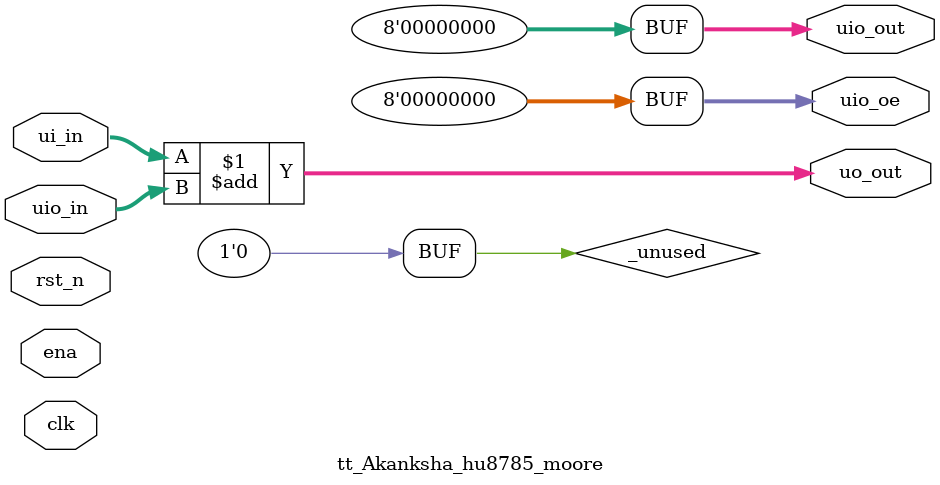
<source format=v>
/*
 * Copyright (c) 2024 Your Name
 * SPDX-License-Identifier: Apache-2.0
 */

`default_nettype none

module tt_Akanksha_hu8785_moore (
    input  wire [7:0] ui_in,    // Dedicated inputs
    output wire [7:0] uo_out,   // Dedicated outputs
    input  wire [7:0] uio_in,   // IOs: Input path
    output wire [7:0] uio_out,  // IOs: Output path
    output wire [7:0] uio_oe,   // IOs: Enable path (active high: 0=input, 1=output)
    input  wire       ena,      // always 1 when the design is powered, so you can ignore it
    input  wire       clk,      // clock
    input  wire       rst_n     // reset_n - low to reset
);

  // All output pins must be assigned. If not used, assign to 0.
  assign uo_out  = ui_in + uio_in;  // Example: ou_out is the sum of ui_in and uio_in
  assign uio_out = 0;
  assign uio_oe  = 0;

  // List all unused inputs to prevent warnings
  wire _unused = &{ena, clk, rst_n, 1'b0};

endmodule

</source>
